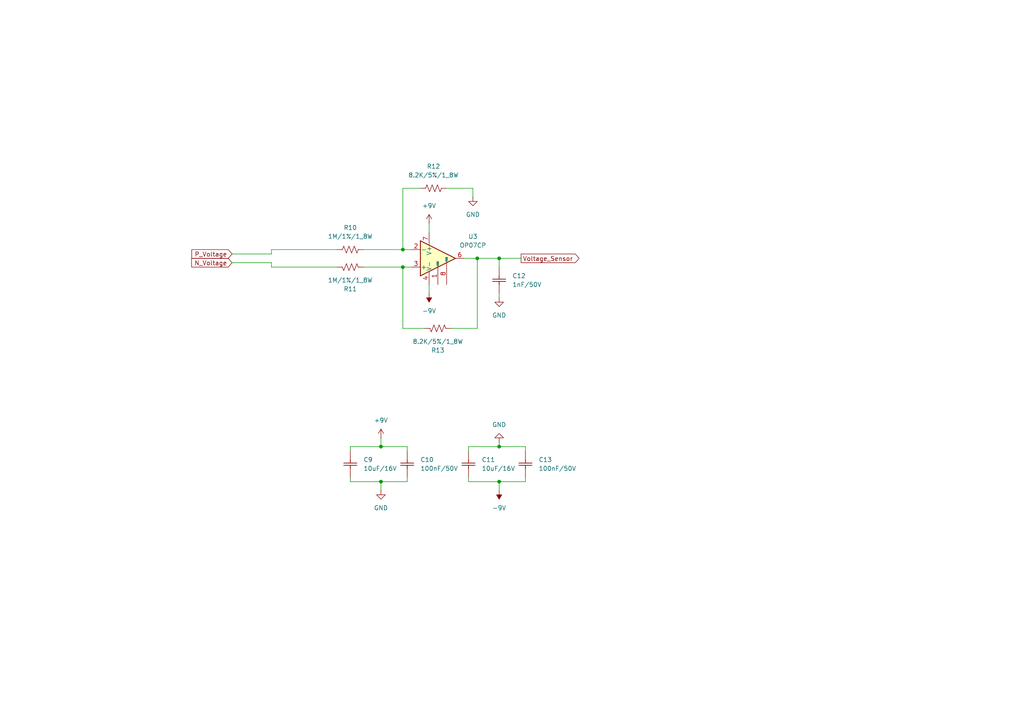
<source format=kicad_sch>
(kicad_sch (version 20231120) (generator "eeschema") (generator_version "8.0")
  (paper "A4")
  (lib_symbols
    (symbol "Measurement_Power_AC:Ceramic_Cap_SMD_100nF_16V" (pin_numbers hide) (pin_names hide)
      (property "Reference" "C" (at 1.016 2.794 0))
      (property "Value" "100nF/50V" (at 0.254 5.334 0))
      (symbol "Ceramic_Cap_SMD_100nF_16V_1_1"
        (polyline (pts (xy 1.27 0) (xy 2.2098 0)) (stroke (width 0.2032)))
        (polyline (pts (xy 2.2098 -1.905) (xy 2.2098 1.905)) (stroke (width 0.2032)))
        (polyline (pts (xy 2.8448 -1.905) (xy 2.8448 1.905)) (stroke (width 0.2032)))
        (polyline (pts (xy 2.8448 0) (xy 3.81 0)) (stroke (width 0.2032)))
        (pin unspecified line (at -1.27 0 0) (length 2.54) (name "") (number "1"))
        (pin unspecified line (at 6.35 0 180) (length 2.54) (name "") (number "2"))
      )
    )
    (symbol "Measurement_Power_AC:Ceramic_Cap_SMD_10uF_16V" (pin_numbers hide) (pin_names hide)
      (property "Reference" "C" (at 2.286 2.794 0))
      (property "Value" "10uF/16V" (at 0.254 5.334 0))
      (symbol "Ceramic_Cap_SMD_10uF_16V_1_1"
        (polyline (pts (xy 2.54 0) (xy 3.4798 0)) (stroke (width 0.2032)))
        (polyline (pts (xy 3.4798 -1.905) (xy 3.4798 1.905)) (stroke (width 0.2032)))
        (polyline (pts (xy 4.1148 -1.905) (xy 4.1148 1.905)) (stroke (width 0.2032)))
        (polyline (pts (xy 4.1148 0) (xy 5.08 0)) (stroke (width 0.2032)))
        (pin unspecified line (at 0 0 0) (length 2.54) (name "") (number "1"))
        (pin unspecified line (at 7.62 0 180) (length 2.54) (name "") (number "2"))
      )
    )
    (symbol "Measurement_Power_AC:Ceramic_Cap_SMD_1nF_50V" (pin_numbers hide) (pin_names hide)
      (property "Reference" "C" (at 1.016 2.794 0))
      (property "Value" "1nF/50V" (at 0.254 5.334 0))
      (symbol "Ceramic_Cap_SMD_1nF_50V_1_1"
        (polyline (pts (xy 1.27 0) (xy 2.2098 0)) (stroke (width 0.2032)))
        (polyline (pts (xy 2.2098 -1.905) (xy 2.2098 1.905)) (stroke (width 0.2032)))
        (polyline (pts (xy 2.8448 -1.905) (xy 2.8448 1.905)) (stroke (width 0.2032)))
        (polyline (pts (xy 2.8448 0) (xy 3.81 0)) (stroke (width 0.2032)))
        (pin unspecified line (at -1.27 0 0) (length 2.54) (name "") (number "1"))
        (pin unspecified line (at 6.35 0 180) (length 2.54) (name "") (number "2"))
      )
    )
    (symbol "Measurement_Power_AC:OP07CP" (pin_names (offset 0.127))
      (property "Reference" "U" (at -1.778 12.954 0))
      (property "Value" "OP07CP" (at 9.652 1.27 0))
      (symbol "OP07CP_0_1"
        (polyline (pts (xy 0 10.16) (xy 10.16 5.08) (xy 0 0) (xy 0 10.16)) (stroke (width 0.254)) (fill (type background)))
      )
      (symbol "OP07CP_1_1"
        (pin input line (at 5.08 -2.54 90) (length 5.08) (name "VOS") (number "1"))
        (pin input line (at -2.54 7.62 0) (length 2.54) (name "-") (number "2"))
        (pin input line (at -2.54 2.54 0) (length 2.54) (name "+") (number "3"))
        (pin power_in line (at 2.54 -2.54 90) (length 3.81) (name "V-") (number "4"))
        (pin no_connect line (at 5.08 7.62 270) (length 2.54) hide (name "NC") (number "5"))
        (pin output line (at 12.7 5.08 180) (length 2.54) (name "~") (number "6"))
        (pin power_in line (at 2.54 12.7 270) (length 3.81) (name "V+") (number "7"))
        (pin input line (at 7.62 -2.54 90) (length 6.35) (name "VOS") (number "8"))
      )
    )
    (symbol "Measurement_Power_AC:Res_1M_0805_1%" (pin_numbers hide) (pin_names hide)
      (property "Reference" "R" (at 3.556 2.54 0))
      (property "Value" "1M/1%/1_8W" (at 4.064 -2.54 0))
      (symbol "Res_1M_0805_1%_0_1"
        (polyline (pts (xy 1.524 0) (xy 1.27 0)))
        (polyline (pts (xy 6.096 0) (xy 6.35 0)))
        (polyline (pts (xy 1.524 0) (xy 1.905 1.016) (xy 2.286 0) (xy 2.667 -1.016) (xy 3.048 0)))
        (polyline (pts (xy 3.048 0) (xy 3.429 1.016) (xy 3.81 0) (xy 4.191 -1.016) (xy 4.572 0)))
        (polyline (pts (xy 4.572 0) (xy 4.953 1.016) (xy 5.334 0) (xy 5.715 -1.016) (xy 6.096 0)))
      )
      (symbol "Res_1M_0805_1%_1_1"
        (pin passive line (at 0 0 0) (length 1.27) (name "~") (number "1"))
        (pin passive line (at 7.62 0 180) (length 1.27) (name "~") (number "2"))
      )
    )
    (symbol "Measurement_Power_AC:Res_8.2k_0805_5%" (pin_numbers hide) (pin_names hide)
      (property "Reference" "R" (at 3.556 2.54 0))
      (property "Value" "8.2K/5%/1_8W" (at 4.064 -2.54 0))
      (symbol "Res_8.2k_0805_5%_0_1"
        (polyline (pts (xy 1.524 0) (xy 1.27 0)))
        (polyline (pts (xy 6.096 0) (xy 6.35 0)))
        (polyline (pts (xy 1.524 0) (xy 1.905 1.016) (xy 2.286 0) (xy 2.667 -1.016) (xy 3.048 0)))
        (polyline (pts (xy 3.048 0) (xy 3.429 1.016) (xy 3.81 0) (xy 4.191 -1.016) (xy 4.572 0)))
        (polyline (pts (xy 4.572 0) (xy 4.953 1.016) (xy 5.334 0) (xy 5.715 -1.016) (xy 6.096 0)))
      )
      (symbol "Res_8.2k_0805_5%_1_1"
        (pin passive line (at 0 0 0) (length 1.27) (name "~") (number "1"))
        (pin passive line (at 7.62 0 180) (length 1.27) (name "~") (number "2"))
      )
    )
    (symbol "power:+9V" (power) (pin_numbers hide) (pin_names (offset 0) hide)
      (property "Value" "+9V" (at 0 3.556 0))
      (symbol "+9V_0_1"
        (polyline (pts (xy -0.762 1.27) (xy 0 2.54)))
        (polyline (pts (xy 0 0) (xy 0 2.54)))
        (polyline (pts (xy 0 2.54) (xy 0.762 1.27)))
      )
      (symbol "+9V_1_1"
        (pin power_in line (at 0 0 90) (length 0) (name "~") (number "1"))
      )
    )
    (symbol "power:-9V" (power) (pin_numbers hide) (pin_names (offset 0) hide)
      (property "Value" "-9V" (at 0 3.556 0))
      (symbol "-9V_0_1"
        (polyline (pts (xy 0 0) (xy 0 2.54)))
        (polyline (pts (xy 0.762 1.27) (xy -0.762 1.27) (xy 0 2.54) (xy 0.762 1.27)) (fill (type outline)))
      )
      (symbol "-9V_1_1"
        (pin power_in line (at 0 0 90) (length 0) (name "~") (number "1"))
      )
    )
    (symbol "power:GND" (power) (pin_numbers hide) (pin_names (offset 0) hide)
      (property "Value" "GND" (at 0 -3.81 0))
      (symbol "GND_0_1"
        (polyline (pts (xy 0 0) (xy 0 -1.27) (xy 1.27 -1.27) (xy 0 -2.54) (xy -1.27 -1.27) (xy 0 -1.27)))
      )
      (symbol "GND_1_1"
        (pin power_in line (at 0 0 270) (length 0) (name "~") (number "1"))
      )
    )
  )
  (junction (at 144.78 74.93))
  (junction (at 116.84 72.39))
  (junction (at 110.49 129.54))
  (junction (at 144.78 129.54))
  (junction (at 116.84 77.47))
  (junction (at 110.49 139.7))
  (junction (at 138.43 74.93))
  (junction (at 144.78 139.7))
  (wire (pts (xy 118.11 139.7) (xy 118.11 138.43)))
  (wire (pts (xy 144.78 74.93) (xy 151.13 74.93)))
  (wire (pts (xy 110.49 139.7) (xy 110.49 142.24)))
  (wire (pts (xy 116.84 54.61) (xy 116.84 72.39)))
  (wire (pts (xy 116.84 72.39) (xy 119.38 72.39)))
  (wire (pts (xy 67.31 73.66) (xy 78.74 73.66)))
  (wire (pts (xy 116.84 77.47) (xy 116.84 95.25)))
  (wire (pts (xy 135.89 129.54) (xy 144.78 129.54)))
  (wire (pts (xy 118.11 130.81) (xy 118.11 129.54)))
  (wire (pts (xy 124.46 82.55) (xy 124.46 85.09)))
  (wire (pts (xy 101.6 129.54) (xy 101.6 130.81)))
  (wire (pts (xy 105.41 72.39) (xy 116.84 72.39)))
  (wire (pts (xy 130.81 95.25) (xy 138.43 95.25)))
  (wire (pts (xy 118.11 129.54) (xy 110.49 129.54)))
  (wire (pts (xy 78.74 77.47) (xy 97.79 77.47)))
  (wire (pts (xy 135.89 138.43) (xy 135.89 139.7)))
  (wire (pts (xy 137.16 54.61) (xy 129.54 54.61)))
  (wire (pts (xy 152.4 138.43) (xy 152.4 139.7)))
  (wire (pts (xy 135.89 130.81) (xy 135.89 129.54)))
  (wire (pts (xy 138.43 74.93) (xy 144.78 74.93)))
  (wire (pts (xy 144.78 77.47) (xy 144.78 74.93)))
  (wire (pts (xy 144.78 85.09) (xy 144.78 86.36)))
  (wire (pts (xy 78.74 72.39) (xy 78.74 73.66)))
  (wire (pts (xy 101.6 139.7) (xy 110.49 139.7)))
  (wire (pts (xy 121.92 54.61) (xy 116.84 54.61)))
  (wire (pts (xy 116.84 77.47) (xy 119.38 77.47)))
  (wire (pts (xy 138.43 95.25) (xy 138.43 74.93)))
  (wire (pts (xy 110.49 129.54) (xy 101.6 129.54)))
  (wire (pts (xy 123.19 95.25) (xy 116.84 95.25)))
  (wire (pts (xy 67.31 76.2) (xy 78.74 76.2)))
  (wire (pts (xy 144.78 139.7) (xy 152.4 139.7)))
  (wire (pts (xy 110.49 139.7) (xy 118.11 139.7)))
  (wire (pts (xy 101.6 138.43) (xy 101.6 139.7)))
  (wire (pts (xy 97.79 72.39) (xy 78.74 72.39)))
  (wire (pts (xy 135.89 139.7) (xy 144.78 139.7)))
  (wire (pts (xy 78.74 76.2) (xy 78.74 77.47)))
  (wire (pts (xy 105.41 77.47) (xy 116.84 77.47)))
  (wire (pts (xy 144.78 129.54) (xy 152.4 129.54)))
  (wire (pts (xy 144.78 139.7) (xy 144.78 142.24)))
  (wire (pts (xy 138.43 74.93) (xy 134.62 74.93)))
  (wire (pts (xy 137.16 57.15) (xy 137.16 54.61)))
  (wire (pts (xy 110.49 127) (xy 110.49 129.54)))
  (wire (pts (xy 144.78 128.27) (xy 144.78 129.54)))
  (wire (pts (xy 152.4 129.54) (xy 152.4 130.81)))
  (wire (pts (xy 124.46 64.77) (xy 124.46 67.31)))
  (global_label "N_Voltage" (shape input) (at 67.31 76.2 180) (property "Intersheetrefs" "${INTERSHEET_REFS}" (effects (hide yes))))
  (global_label "P_Voltage" (shape input) (at 67.31 73.66 180) (property "Intersheetrefs" "${INTERSHEET_REFS}" (effects (hide yes))))
  (global_label "Voltage_Sensor" (shape output) (at 151.13 74.93 0) (property "Intersheetrefs" "${INTERSHEET_REFS}" (effects (hide yes))))
  (symbol (lib_id "power:+9V") (at 110.49 127 0) (unit 1)
    (property "Reference" "#PWR015" (effects (hide yes)))
    (property "Value" "+9V" (at 110.49 121.92 0))
    (property "Description" "Power symbol creates a global label with name \"+9V\"" (effects (hide yes)))
  )
  (symbol (lib_id "Measurement_Power_AC:Res_8.2k_0805_5%") (at 121.92 54.61 0) (unit 1)
    (property "Reference" "R12" (at 125.73 48.26 0))
    (property "Value" "8.2K/5%/1_8W" (at 125.73 50.8 0))
    (property "Footprint" "Measure_Power_AC:Res_0805" (effects (hide yes)))
    (property "Description" "Res 8.2KOhm 0805 5%" (effects (hide yes)))
    (property "Supply name" "Thegioiic" (effects (hide yes)))
    (property "Supply part number" "Điện Trở 8.2 KOhm 0805 5%" (effects (hide yes)))
    (property "Supply URL" "https://www.thegioiic.com/dien-tro-8-2-kohm-0805-5-" (effects (hide yes)))
  )
  (symbol (lib_id "power:GND") (at 144.78 128.27 180) (unit 1)
    (property "Reference" "#PWR021" (effects (hide yes)))
    (property "Value" "GND" (at 144.78 123.19 0))
    (property "Description" "Power symbol creates a global label with name \"GND\" , ground" (effects (hide yes)))
  )
  (symbol (lib_id "Measurement_Power_AC:Ceramic_Cap_SMD_100nF_16V") (at 118.11 137.16 90) (unit 1)
    (property "Reference" "C10" (at 121.92 133.3499 90) (effects (justify right)))
    (property "Value" "100nF/50V" (at 121.92 135.8899 90) (effects (justify right)))
    (property "Footprint" "Measure_Power_AC:Ceramic_Cap_0805" (effects (hide yes)))
    (property "Datasheet" "https://www.mouser.vn/datasheet/2/40/KYOCERA_AutoMLCCKAM-3106308.pdf" (effects (hide yes)))
    (property "Description" "10%, 0805 (2012 Metric)" (effects (hide yes)))
    (property "Supply name" "Thegioiic" (effects (hide yes)))
    (property "Supply part number" "Tụ Gốm 0805 100nF (0.1uF) 50V" (effects (hide yes)))
    (property "Supply URL" "https://www.thegioiic.com/tu-gom-0805-100nf-0-1uf-50v" (effects (hide yes)))
  )
  (symbol (lib_id "power:-9V") (at 144.78 142.24 180) (unit 1)
    (property "Reference" "#PWR022" (effects (hide yes)))
    (property "Value" "-9V" (at 144.78 147.32 0))
    (property "Description" "Power symbol creates a global label with name \"-9V\"" (effects (hide yes)))
  )
  (symbol (lib_id "power:GND") (at 137.16 57.15 0) (unit 1)
    (property "Reference" "#PWR019" (effects (hide yes)))
    (property "Value" "GND" (at 137.16 62.23 0))
    (property "Description" "Power symbol creates a global label with name \"GND\" , ground" (effects (hide yes)))
  )
  (symbol (lib_id "power:GND") (at 110.49 142.24 0) (unit 1)
    (property "Reference" "#PWR016" (effects (hide yes)))
    (property "Value" "GND" (at 110.49 147.32 0))
    (property "Description" "Power symbol creates a global label with name \"GND\" , ground" (effects (hide yes)))
  )
  (symbol (lib_id "power:GND") (at 144.78 86.36 0) (unit 1)
    (property "Reference" "#PWR020" (effects (hide yes)))
    (property "Value" "GND" (at 144.78 91.44 0))
    (property "Description" "Power symbol creates a global label with name \"GND\" , ground" (effects (hide yes)))
  )
  (symbol (lib_id "Measurement_Power_AC:Res_8.2k_0805_5%") (at 123.19 95.25 0) (mirror x) (unit 1)
    (property "Reference" "R13" (at 127 101.6 0))
    (property "Value" "8.2K/5%/1_8W" (at 127 99.06 0))
    (property "Footprint" "Measure_Power_AC:Res_0805" (effects (hide yes)))
    (property "Description" "Res 8.2KOhm 0805 5%" (effects (hide yes)))
    (property "Supply name" "Thegioiic" (effects (hide yes)))
    (property "Supply part number" "Điện Trở 8.2 KOhm 0805 5%" (effects (hide yes)))
    (property "Supply URL" "https://www.thegioiic.com/dien-tro-8-2-kohm-0805-5-" (effects (hide yes)))
  )
  (symbol (lib_id "Measurement_Power_AC:Ceramic_Cap_SMD_10uF_16V") (at 135.89 138.43 90) (unit 1)
    (property "Reference" "C11" (at 139.7 133.3499 90) (effects (justify right)))
    (property "Value" "10uF/16V" (at 139.7 135.8899 90) (effects (justify right)))
    (property "Footprint" "Measure_Power_AC:Ceramic_Cap_0805" (effects (hide yes)))
    (property "Datasheet" "https://www.mouser.vn/datasheet/2/40/KYOCERA_AutoMLCCKAM-3106308.pdf" (effects (hide yes)))
    (property "Description" "10%, 0805 (2012 Metric)" (effects (hide yes)))
    (property "Supply name" "Thegioiic" (effects (hide yes)))
    (property "Supply part number" "Tụ Gốm 0805 10uF 16V" (effects (hide yes)))
    (property "Supply URL" "https://www.thegioiic.com/tu-gom-0805-10uf-16v" (effects (hide yes)))
  )
  (symbol (lib_id "Measurement_Power_AC:Ceramic_Cap_SMD_1nF_50V") (at 144.78 83.82 90) (unit 1)
    (property "Reference" "C12" (at 148.59 80.0099 90) (effects (justify right)))
    (property "Value" "1nF/50V" (at 148.59 82.5499 90) (effects (justify right)))
    (property "Footprint" "Measure_Power_AC:Ceramic_Cap_0805" (effects (hide yes)))
    (property "Datasheet" "https://www.mouser.vn/datasheet/2/40/KYOCERA_AutoMLCCKAM-3106308.pdf" (effects (hide yes)))
    (property "Description" "10%, 0805 (2012 Metric)" (effects (hide yes)))
    (property "Supply name" "Thegioiic" (effects (hide yes)))
    (property "Supply part number" "Tụ Gốm 0805 1nF 50V" (effects (hide yes)))
    (property "Supply URL" "https://www.thegioiic.com/tu-gom-0805-1nf-50v" (effects (hide yes)))
  )
  (symbol (lib_id "Measurement_Power_AC:Res_1M_0805_1%") (at 97.79 72.39 0) (unit 1)
    (property "Reference" "R10" (at 101.6 66.04 0))
    (property "Value" "1M/1%/1_8W" (at 101.6 68.58 0))
    (property "Footprint" "Measure_Power_AC:Res_0805" (effects (hide yes)))
    (property "Description" "Res 1MOhm 0805 1%" (effects (hide yes)))
    (property "Supply name" "Thegioiic" (effects (hide yes)))
    (property "Supply part number" "Điện Trở 1 MOhm 0805 1%" (effects (hide yes)))
    (property "Supply URL" "https://www.thegioiic.com/dien-tro-1-mohm-0805-1-" (effects (hide yes)))
  )
  (symbol (lib_id "Measurement_Power_AC:OP07CP") (at 121.92 80.01 0) (unit 1)
    (property "Reference" "U3" (at 137.16 68.6114 0))
    (property "Value" "OP07CP" (at 137.16 71.1514 0))
    (property "Footprint" "Measure_Power_AC:DIP8" (effects (hide yes)))
    (property "Datasheet" "https://www.analog.com/media/en/technical-documentation/data-sheets/OP07.pdf" (effects (hide yes)))
    (property "Description" "OP07CP IC OPAMP General Purpose Amplifier 1 Circuit 600Khz, 8-SOIC" (effects (hide yes)))
    (property "Supply name " "Chipn24" (effects (hide yes)))
    (property "Supply part number" "OP07CP IC OPAMP General Purpose Amplifier" (effects (hide yes)))
    (property "Supply URL" "https://chipn24.com/dip-ic-op07-dip-8-op07cp-id1386.html" (effects (hide yes)))
  )
  (symbol (lib_id "Measurement_Power_AC:Ceramic_Cap_SMD_10uF_16V") (at 101.6 138.43 90) (unit 1)
    (property "Reference" "C9" (at 105.41 133.3499 90) (effects (justify right)))
    (property "Value" "10uF/16V" (at 105.41 135.8899 90) (effects (justify right)))
    (property "Footprint" "Measure_Power_AC:Ceramic_Cap_0805" (effects (hide yes)))
    (property "Datasheet" "https://www.mouser.vn/datasheet/2/40/KYOCERA_AutoMLCCKAM-3106308.pdf" (effects (hide yes)))
    (property "Description" "10%, 0805 (2012 Metric)" (effects (hide yes)))
    (property "Supply name" "Thegioiic" (effects (hide yes)))
    (property "Supply part number" "Tụ Gốm 0805 10uF 16V" (effects (hide yes)))
    (property "Supply URL" "https://www.thegioiic.com/tu-gom-0805-10uf-16v" (effects (hide yes)))
  )
  (symbol (lib_id "power:-9V") (at 124.46 85.09 180) (unit 1)
    (property "Reference" "#PWR018" (effects (hide yes)))
    (property "Value" "-9V" (at 124.46 90.17 0))
    (property "Description" "Power symbol creates a global label with name \"-9V\"" (effects (hide yes)))
  )
  (symbol (lib_id "Measurement_Power_AC:Ceramic_Cap_SMD_100nF_16V") (at 152.4 137.16 90) (unit 1)
    (property "Reference" "C13" (at 156.21 133.3499 90) (effects (justify right)))
    (property "Value" "100nF/50V" (at 156.21 135.8899 90) (effects (justify right)))
    (property "Footprint" "Measure_Power_AC:Ceramic_Cap_0805" (effects (hide yes)))
    (property "Datasheet" "https://www.mouser.vn/datasheet/2/40/KYOCERA_AutoMLCCKAM-3106308.pdf" (effects (hide yes)))
    (property "Description" "10%, 0805 (2012 Metric)" (effects (hide yes)))
    (property "Supply name" "Thegioiic" (effects (hide yes)))
    (property "Supply part number" "Tụ Gốm 0805 100nF (0.1uF) 50V" (effects (hide yes)))
    (property "Supply URL" "https://www.thegioiic.com/tu-gom-0805-100nf-0-1uf-50v" (effects (hide yes)))
  )
  (symbol (lib_id "Measurement_Power_AC:Res_1M_0805_1%") (at 97.79 77.47 0) (mirror x) (unit 1)
    (property "Reference" "R11" (at 101.6 83.82 0))
    (property "Value" "1M/1%/1_8W" (at 101.6 81.28 0))
    (property "Footprint" "Measure_Power_AC:Res_0805" (effects (hide yes)))
    (property "Description" "Res 1MOhm 0805 1%" (effects (hide yes)))
    (property "Supply name" "Thegioiic" (effects (hide yes)))
    (property "Supply part number" "Điện Trở 1 MOhm 0805 1%" (effects (hide yes)))
    (property "Supply URL" "https://www.thegioiic.com/dien-tro-1-mohm-0805-1-" (effects (hide yes)))
  )
  (symbol (lib_id "power:+9V") (at 124.46 64.77 0) (unit 1)
    (property "Reference" "#PWR017" (effects (hide yes)))
    (property "Value" "+9V" (at 124.46 59.69 0))
    (property "Description" "Power symbol creates a global label with name \"+9V\"" (effects (hide yes)))
  )
)
</source>
